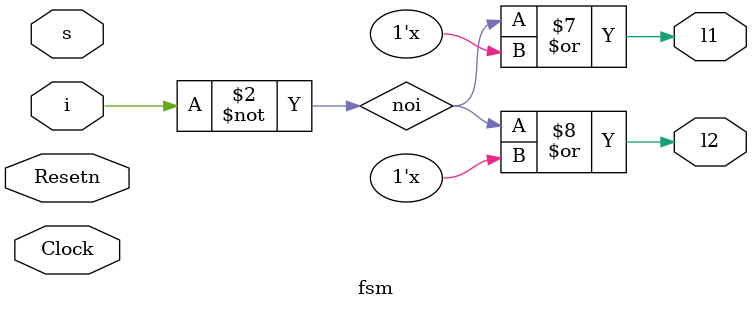
<source format=v>
module fsm (Clock, Resetn, i, s, l1, l2);
    input Clock, Resetn, i, s;
    output reg l1, l2;
    wire out1, no_out1;
    reg noi = 0, nos = 0, in = 0, out2 = 0, out3 = 0;
    flip_flop_T fft(in, 1'b1, out1, no_out1, Resetn);
    // As this fsm don't have a flip-flop stage we implement it directly with logic gates
    always @(i, s) begin
        noi = ~i;
        nos = ~s;
        in <= i & nos;
        out3 <= in & out1;
        out2 <= in & no_out1;
        l1 <= noi | out3;
        l2 <= noi | out2;        
    end
endmodule
</source>
